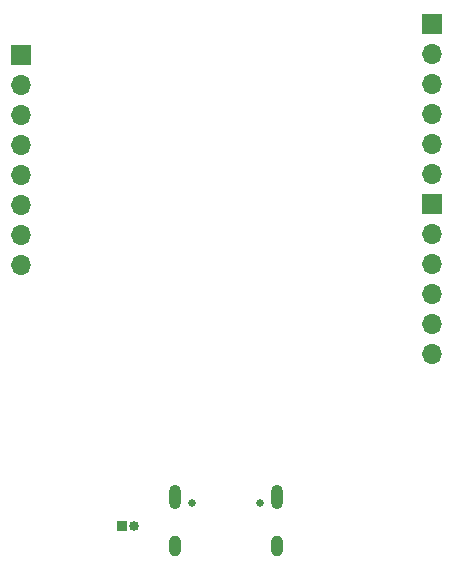
<source format=gbr>
%TF.GenerationSoftware,KiCad,Pcbnew,(5.99.0-9526-g5c17ff0595)*%
%TF.CreationDate,2021-04-11T17:42:10-05:00*%
%TF.ProjectId,DualingDev-ESP32,4475616c-696e-4674-9465-762d45535033,rev?*%
%TF.SameCoordinates,Original*%
%TF.FileFunction,Soldermask,Bot*%
%TF.FilePolarity,Negative*%
%FSLAX46Y46*%
G04 Gerber Fmt 4.6, Leading zero omitted, Abs format (unit mm)*
G04 Created by KiCad (PCBNEW (5.99.0-9526-g5c17ff0595)) date 2021-04-11 17:42:10*
%MOMM*%
%LPD*%
G01*
G04 APERTURE LIST*
%ADD10R,1.700000X1.700000*%
%ADD11O,1.700000X1.700000*%
%ADD12R,0.850000X0.850000*%
%ADD13O,0.850000X0.850000*%
%ADD14C,0.650000*%
%ADD15O,1.000000X1.800000*%
%ADD16O,1.000000X2.100000*%
G04 APERTURE END LIST*
D10*
%TO.C,J1*%
X148400000Y-56250000D03*
D11*
X148400000Y-58790000D03*
X148400000Y-61330000D03*
X148400000Y-63870000D03*
X148400000Y-66410000D03*
X148400000Y-68950000D03*
%TD*%
D12*
%TO.C,J3*%
X122200000Y-98800000D03*
D13*
X123200000Y-98800000D03*
%TD*%
D10*
%TO.C,J2*%
X113600000Y-58925000D03*
D11*
X113600000Y-61465000D03*
X113600000Y-64005000D03*
X113600000Y-66545000D03*
X113600000Y-69085000D03*
X113600000Y-71625000D03*
X113600000Y-74165000D03*
X113600000Y-76705000D03*
%TD*%
D10*
%TO.C,J4*%
X148400000Y-71490000D03*
D11*
X148400000Y-74030000D03*
X148400000Y-76570000D03*
X148400000Y-79110000D03*
X148400000Y-81650000D03*
X148400000Y-84190000D03*
%TD*%
D14*
%TO.C,P1*%
X133890000Y-96812500D03*
X128110000Y-96812500D03*
D15*
X135320000Y-100462500D03*
D16*
X126680000Y-96312500D03*
D15*
X126680000Y-100462500D03*
D16*
X135320000Y-96312500D03*
%TD*%
M02*

</source>
